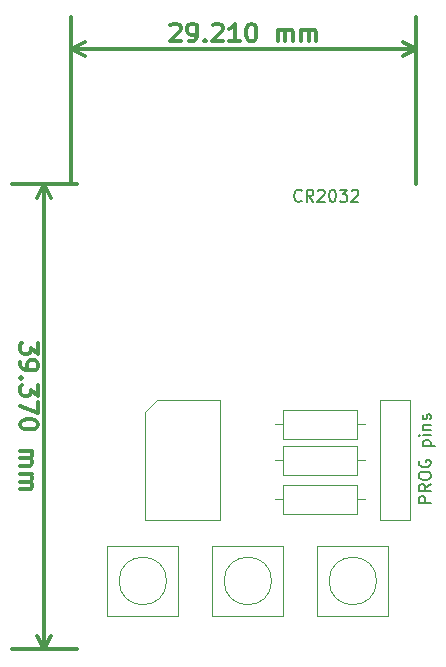
<source format=gbr>
G04 #@! TF.GenerationSoftware,KiCad,Pcbnew,(5.0.1)-4*
G04 #@! TF.CreationDate,2018-12-10T10:24:34+00:00*
G04 #@! TF.ProjectId,tinytetris,74696E797465747269732E6B69636164,rev?*
G04 #@! TF.SameCoordinates,Original*
G04 #@! TF.FileFunction,Other,Fab,Top*
%FSLAX46Y46*%
G04 Gerber Fmt 4.6, Leading zero omitted, Abs format (unit mm)*
G04 Created by KiCad (PCBNEW (5.0.1)-4) date 10/12/2018 10:24:34*
%MOMM*%
%LPD*%
G01*
G04 APERTURE LIST*
%ADD10C,0.300000*%
%ADD11C,0.100000*%
%ADD12C,0.150000*%
G04 APERTURE END LIST*
D10*
X146058714Y-62995428D02*
X146130142Y-62924000D01*
X146273000Y-62852571D01*
X146630142Y-62852571D01*
X146773000Y-62924000D01*
X146844428Y-62995428D01*
X146915857Y-63138285D01*
X146915857Y-63281142D01*
X146844428Y-63495428D01*
X145987285Y-64352571D01*
X146915857Y-64352571D01*
X147630142Y-64352571D02*
X147915857Y-64352571D01*
X148058714Y-64281142D01*
X148130142Y-64209714D01*
X148273000Y-63995428D01*
X148344428Y-63709714D01*
X148344428Y-63138285D01*
X148273000Y-62995428D01*
X148201571Y-62924000D01*
X148058714Y-62852571D01*
X147773000Y-62852571D01*
X147630142Y-62924000D01*
X147558714Y-62995428D01*
X147487285Y-63138285D01*
X147487285Y-63495428D01*
X147558714Y-63638285D01*
X147630142Y-63709714D01*
X147773000Y-63781142D01*
X148058714Y-63781142D01*
X148201571Y-63709714D01*
X148273000Y-63638285D01*
X148344428Y-63495428D01*
X148987285Y-64209714D02*
X149058714Y-64281142D01*
X148987285Y-64352571D01*
X148915857Y-64281142D01*
X148987285Y-64209714D01*
X148987285Y-64352571D01*
X149630142Y-62995428D02*
X149701571Y-62924000D01*
X149844428Y-62852571D01*
X150201571Y-62852571D01*
X150344428Y-62924000D01*
X150415857Y-62995428D01*
X150487285Y-63138285D01*
X150487285Y-63281142D01*
X150415857Y-63495428D01*
X149558714Y-64352571D01*
X150487285Y-64352571D01*
X151915857Y-64352571D02*
X151058714Y-64352571D01*
X151487285Y-64352571D02*
X151487285Y-62852571D01*
X151344428Y-63066857D01*
X151201571Y-63209714D01*
X151058714Y-63281142D01*
X152844428Y-62852571D02*
X152987285Y-62852571D01*
X153130142Y-62924000D01*
X153201571Y-62995428D01*
X153273000Y-63138285D01*
X153344428Y-63424000D01*
X153344428Y-63781142D01*
X153273000Y-64066857D01*
X153201571Y-64209714D01*
X153130142Y-64281142D01*
X152987285Y-64352571D01*
X152844428Y-64352571D01*
X152701571Y-64281142D01*
X152630142Y-64209714D01*
X152558714Y-64066857D01*
X152487285Y-63781142D01*
X152487285Y-63424000D01*
X152558714Y-63138285D01*
X152630142Y-62995428D01*
X152701571Y-62924000D01*
X152844428Y-62852571D01*
X155130142Y-64352571D02*
X155130142Y-63352571D01*
X155130142Y-63495428D02*
X155201571Y-63424000D01*
X155344428Y-63352571D01*
X155558714Y-63352571D01*
X155701571Y-63424000D01*
X155773000Y-63566857D01*
X155773000Y-64352571D01*
X155773000Y-63566857D02*
X155844428Y-63424000D01*
X155987285Y-63352571D01*
X156201571Y-63352571D01*
X156344428Y-63424000D01*
X156415857Y-63566857D01*
X156415857Y-64352571D01*
X157130142Y-64352571D02*
X157130142Y-63352571D01*
X157130142Y-63495428D02*
X157201571Y-63424000D01*
X157344428Y-63352571D01*
X157558714Y-63352571D01*
X157701571Y-63424000D01*
X157773000Y-63566857D01*
X157773000Y-64352571D01*
X157773000Y-63566857D02*
X157844428Y-63424000D01*
X157987285Y-63352571D01*
X158201571Y-63352571D01*
X158344428Y-63424000D01*
X158415857Y-63566857D01*
X158415857Y-64352571D01*
X137668000Y-65024000D02*
X166878000Y-65024000D01*
X137668000Y-76454000D02*
X137668000Y-62324000D01*
X166878000Y-76454000D02*
X166878000Y-62324000D01*
X166878000Y-65024000D02*
X165751496Y-65610421D01*
X166878000Y-65024000D02*
X165751496Y-64437579D01*
X137668000Y-65024000D02*
X138794504Y-65610421D01*
X137668000Y-65024000D02*
X138794504Y-64437579D01*
X134853428Y-89853285D02*
X134853428Y-90781857D01*
X134282000Y-90281857D01*
X134282000Y-90496142D01*
X134210571Y-90639000D01*
X134139142Y-90710428D01*
X133996285Y-90781857D01*
X133639142Y-90781857D01*
X133496285Y-90710428D01*
X133424857Y-90639000D01*
X133353428Y-90496142D01*
X133353428Y-90067571D01*
X133424857Y-89924714D01*
X133496285Y-89853285D01*
X133353428Y-91496142D02*
X133353428Y-91781857D01*
X133424857Y-91924714D01*
X133496285Y-91996142D01*
X133710571Y-92139000D01*
X133996285Y-92210428D01*
X134567714Y-92210428D01*
X134710571Y-92139000D01*
X134782000Y-92067571D01*
X134853428Y-91924714D01*
X134853428Y-91639000D01*
X134782000Y-91496142D01*
X134710571Y-91424714D01*
X134567714Y-91353285D01*
X134210571Y-91353285D01*
X134067714Y-91424714D01*
X133996285Y-91496142D01*
X133924857Y-91639000D01*
X133924857Y-91924714D01*
X133996285Y-92067571D01*
X134067714Y-92139000D01*
X134210571Y-92210428D01*
X133496285Y-92853285D02*
X133424857Y-92924714D01*
X133353428Y-92853285D01*
X133424857Y-92781857D01*
X133496285Y-92853285D01*
X133353428Y-92853285D01*
X134853428Y-93424714D02*
X134853428Y-94353285D01*
X134282000Y-93853285D01*
X134282000Y-94067571D01*
X134210571Y-94210428D01*
X134139142Y-94281857D01*
X133996285Y-94353285D01*
X133639142Y-94353285D01*
X133496285Y-94281857D01*
X133424857Y-94210428D01*
X133353428Y-94067571D01*
X133353428Y-93639000D01*
X133424857Y-93496142D01*
X133496285Y-93424714D01*
X134853428Y-94853285D02*
X134853428Y-95853285D01*
X133353428Y-95210428D01*
X134853428Y-96710428D02*
X134853428Y-96853285D01*
X134782000Y-96996142D01*
X134710571Y-97067571D01*
X134567714Y-97139000D01*
X134282000Y-97210428D01*
X133924857Y-97210428D01*
X133639142Y-97139000D01*
X133496285Y-97067571D01*
X133424857Y-96996142D01*
X133353428Y-96853285D01*
X133353428Y-96710428D01*
X133424857Y-96567571D01*
X133496285Y-96496142D01*
X133639142Y-96424714D01*
X133924857Y-96353285D01*
X134282000Y-96353285D01*
X134567714Y-96424714D01*
X134710571Y-96496142D01*
X134782000Y-96567571D01*
X134853428Y-96710428D01*
X133353428Y-98996142D02*
X134353428Y-98996142D01*
X134210571Y-98996142D02*
X134282000Y-99067571D01*
X134353428Y-99210428D01*
X134353428Y-99424714D01*
X134282000Y-99567571D01*
X134139142Y-99639000D01*
X133353428Y-99639000D01*
X134139142Y-99639000D02*
X134282000Y-99710428D01*
X134353428Y-99853285D01*
X134353428Y-100067571D01*
X134282000Y-100210428D01*
X134139142Y-100281857D01*
X133353428Y-100281857D01*
X133353428Y-100996142D02*
X134353428Y-100996142D01*
X134210571Y-100996142D02*
X134282000Y-101067571D01*
X134353428Y-101210428D01*
X134353428Y-101424714D01*
X134282000Y-101567571D01*
X134139142Y-101639000D01*
X133353428Y-101639000D01*
X134139142Y-101639000D02*
X134282000Y-101710428D01*
X134353428Y-101853285D01*
X134353428Y-102067571D01*
X134282000Y-102210428D01*
X134139142Y-102281857D01*
X133353428Y-102281857D01*
X135382000Y-76454000D02*
X135382000Y-115824000D01*
X138176000Y-76454000D02*
X132682000Y-76454000D01*
X138176000Y-115824000D02*
X132682000Y-115824000D01*
X135382000Y-115824000D02*
X134795579Y-114697496D01*
X135382000Y-115824000D02*
X135968421Y-114697496D01*
X135382000Y-76454000D02*
X134795579Y-77580504D01*
X135382000Y-76454000D02*
X135968421Y-77580504D01*
D11*
G04 #@! TO.C,*
X158508000Y-110034000D02*
X158508000Y-107034000D01*
X158508000Y-107034000D02*
X164508000Y-107034000D01*
X164508000Y-107034000D02*
X164508000Y-113034000D01*
X164508000Y-113034000D02*
X158508000Y-113034000D01*
X158508000Y-113034000D02*
X158508000Y-110034000D01*
X163523564Y-110034000D02*
G75*
G03X163523564Y-110034000I-2015564J0D01*
G01*
X140728000Y-110034000D02*
X140728000Y-107034000D01*
X140728000Y-107034000D02*
X146728000Y-107034000D01*
X146728000Y-107034000D02*
X146728000Y-113034000D01*
X146728000Y-113034000D02*
X140728000Y-113034000D01*
X140728000Y-113034000D02*
X140728000Y-110034000D01*
X145743564Y-110034000D02*
G75*
G03X145743564Y-110034000I-2015564J0D01*
G01*
X155600000Y-95524000D02*
X155600000Y-98024000D01*
X155600000Y-98024000D02*
X161900000Y-98024000D01*
X161900000Y-98024000D02*
X161900000Y-95524000D01*
X161900000Y-95524000D02*
X155600000Y-95524000D01*
X154940000Y-96774000D02*
X155600000Y-96774000D01*
X162560000Y-96774000D02*
X161900000Y-96774000D01*
X144891000Y-94742000D02*
X150241000Y-94742000D01*
X150241000Y-94742000D02*
X150241000Y-104902000D01*
X150241000Y-104902000D02*
X143891000Y-104902000D01*
X143891000Y-104902000D02*
X143891000Y-95742000D01*
X143891000Y-95742000D02*
X144891000Y-94742000D01*
X155600000Y-98572000D02*
X155600000Y-101072000D01*
X155600000Y-101072000D02*
X161900000Y-101072000D01*
X161900000Y-101072000D02*
X161900000Y-98572000D01*
X161900000Y-98572000D02*
X155600000Y-98572000D01*
X154940000Y-99822000D02*
X155600000Y-99822000D01*
X162560000Y-99822000D02*
X161900000Y-99822000D01*
X161900000Y-104374000D02*
X161900000Y-101874000D01*
X161900000Y-101874000D02*
X155600000Y-101874000D01*
X155600000Y-101874000D02*
X155600000Y-104374000D01*
X155600000Y-104374000D02*
X161900000Y-104374000D01*
X162560000Y-103124000D02*
X161900000Y-103124000D01*
X154940000Y-103124000D02*
X155600000Y-103124000D01*
X149618000Y-110034000D02*
X149618000Y-107034000D01*
X149618000Y-107034000D02*
X155618000Y-107034000D01*
X155618000Y-107034000D02*
X155618000Y-113034000D01*
X155618000Y-113034000D02*
X149618000Y-113034000D01*
X149618000Y-113034000D02*
X149618000Y-110034000D01*
X154633564Y-110034000D02*
G75*
G03X154633564Y-110034000I-2015564J0D01*
G01*
X166370000Y-104902000D02*
X166370000Y-94742000D01*
X166370000Y-94742000D02*
X163830000Y-94742000D01*
X163830000Y-94742000D02*
X163830000Y-104902000D01*
X163830000Y-104902000D02*
X166370000Y-104902000D01*
G04 #@! TD*
G04 #@! TO.C,OLED 0.96''*
D12*
G04 #@! TO.C,*
X168092380Y-103409285D02*
X167092380Y-103409285D01*
X167092380Y-103028333D01*
X167140000Y-102933095D01*
X167187619Y-102885476D01*
X167282857Y-102837857D01*
X167425714Y-102837857D01*
X167520952Y-102885476D01*
X167568571Y-102933095D01*
X167616190Y-103028333D01*
X167616190Y-103409285D01*
X168092380Y-101837857D02*
X167616190Y-102171190D01*
X168092380Y-102409285D02*
X167092380Y-102409285D01*
X167092380Y-102028333D01*
X167140000Y-101933095D01*
X167187619Y-101885476D01*
X167282857Y-101837857D01*
X167425714Y-101837857D01*
X167520952Y-101885476D01*
X167568571Y-101933095D01*
X167616190Y-102028333D01*
X167616190Y-102409285D01*
X167092380Y-101218809D02*
X167092380Y-101028333D01*
X167140000Y-100933095D01*
X167235238Y-100837857D01*
X167425714Y-100790238D01*
X167759047Y-100790238D01*
X167949523Y-100837857D01*
X168044761Y-100933095D01*
X168092380Y-101028333D01*
X168092380Y-101218809D01*
X168044761Y-101314047D01*
X167949523Y-101409285D01*
X167759047Y-101456904D01*
X167425714Y-101456904D01*
X167235238Y-101409285D01*
X167140000Y-101314047D01*
X167092380Y-101218809D01*
X167140000Y-99837857D02*
X167092380Y-99933095D01*
X167092380Y-100075952D01*
X167140000Y-100218809D01*
X167235238Y-100314047D01*
X167330476Y-100361666D01*
X167520952Y-100409285D01*
X167663809Y-100409285D01*
X167854285Y-100361666D01*
X167949523Y-100314047D01*
X168044761Y-100218809D01*
X168092380Y-100075952D01*
X168092380Y-99980714D01*
X168044761Y-99837857D01*
X167997142Y-99790238D01*
X167663809Y-99790238D01*
X167663809Y-99980714D01*
X167425714Y-98599761D02*
X168425714Y-98599761D01*
X167473333Y-98599761D02*
X167425714Y-98504523D01*
X167425714Y-98314047D01*
X167473333Y-98218809D01*
X167520952Y-98171190D01*
X167616190Y-98123571D01*
X167901904Y-98123571D01*
X167997142Y-98171190D01*
X168044761Y-98218809D01*
X168092380Y-98314047D01*
X168092380Y-98504523D01*
X168044761Y-98599761D01*
X168092380Y-97695000D02*
X167425714Y-97695000D01*
X167092380Y-97695000D02*
X167140000Y-97742619D01*
X167187619Y-97695000D01*
X167140000Y-97647380D01*
X167092380Y-97695000D01*
X167187619Y-97695000D01*
X167425714Y-97218809D02*
X168092380Y-97218809D01*
X167520952Y-97218809D02*
X167473333Y-97171190D01*
X167425714Y-97075952D01*
X167425714Y-96933095D01*
X167473333Y-96837857D01*
X167568571Y-96790238D01*
X168092380Y-96790238D01*
X168044761Y-96361666D02*
X168092380Y-96266428D01*
X168092380Y-96075952D01*
X168044761Y-95980714D01*
X167949523Y-95933095D01*
X167901904Y-95933095D01*
X167806666Y-95980714D01*
X167759047Y-96075952D01*
X167759047Y-96218809D01*
X167711428Y-96314047D01*
X167616190Y-96361666D01*
X167568571Y-96361666D01*
X167473333Y-96314047D01*
X167425714Y-96218809D01*
X167425714Y-96075952D01*
X167473333Y-95980714D01*
G04 #@! TO.C,REF\002A\002A*
X157162761Y-77827142D02*
X157115142Y-77874761D01*
X156972285Y-77922380D01*
X156877047Y-77922380D01*
X156734190Y-77874761D01*
X156638952Y-77779523D01*
X156591333Y-77684285D01*
X156543714Y-77493809D01*
X156543714Y-77350952D01*
X156591333Y-77160476D01*
X156638952Y-77065238D01*
X156734190Y-76970000D01*
X156877047Y-76922380D01*
X156972285Y-76922380D01*
X157115142Y-76970000D01*
X157162761Y-77017619D01*
X158162761Y-77922380D02*
X157829428Y-77446190D01*
X157591333Y-77922380D02*
X157591333Y-76922380D01*
X157972285Y-76922380D01*
X158067523Y-76970000D01*
X158115142Y-77017619D01*
X158162761Y-77112857D01*
X158162761Y-77255714D01*
X158115142Y-77350952D01*
X158067523Y-77398571D01*
X157972285Y-77446190D01*
X157591333Y-77446190D01*
X158543714Y-77017619D02*
X158591333Y-76970000D01*
X158686571Y-76922380D01*
X158924666Y-76922380D01*
X159019904Y-76970000D01*
X159067523Y-77017619D01*
X159115142Y-77112857D01*
X159115142Y-77208095D01*
X159067523Y-77350952D01*
X158496095Y-77922380D01*
X159115142Y-77922380D01*
X159734190Y-76922380D02*
X159829428Y-76922380D01*
X159924666Y-76970000D01*
X159972285Y-77017619D01*
X160019904Y-77112857D01*
X160067523Y-77303333D01*
X160067523Y-77541428D01*
X160019904Y-77731904D01*
X159972285Y-77827142D01*
X159924666Y-77874761D01*
X159829428Y-77922380D01*
X159734190Y-77922380D01*
X159638952Y-77874761D01*
X159591333Y-77827142D01*
X159543714Y-77731904D01*
X159496095Y-77541428D01*
X159496095Y-77303333D01*
X159543714Y-77112857D01*
X159591333Y-77017619D01*
X159638952Y-76970000D01*
X159734190Y-76922380D01*
X160400857Y-76922380D02*
X161019904Y-76922380D01*
X160686571Y-77303333D01*
X160829428Y-77303333D01*
X160924666Y-77350952D01*
X160972285Y-77398571D01*
X161019904Y-77493809D01*
X161019904Y-77731904D01*
X160972285Y-77827142D01*
X160924666Y-77874761D01*
X160829428Y-77922380D01*
X160543714Y-77922380D01*
X160448476Y-77874761D01*
X160400857Y-77827142D01*
X161400857Y-77017619D02*
X161448476Y-76970000D01*
X161543714Y-76922380D01*
X161781809Y-76922380D01*
X161877047Y-76970000D01*
X161924666Y-77017619D01*
X161972285Y-77112857D01*
X161972285Y-77208095D01*
X161924666Y-77350952D01*
X161353238Y-77922380D01*
X161972285Y-77922380D01*
G04 #@! TD*
M02*

</source>
